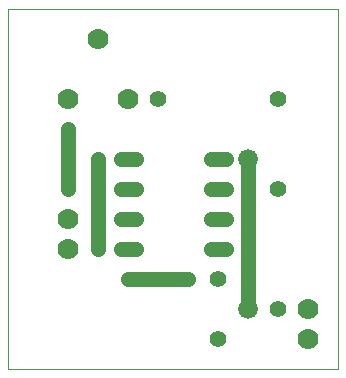
<source format=gtl>
G75*
%MOIN*%
%OFA0B0*%
%FSLAX25Y25*%
%IPPOS*%
%LPD*%
%AMOC8*
5,1,8,0,0,1.08239X$1,22.5*
%
%ADD10C,0.00000*%
%ADD11C,0.05543*%
%ADD12C,0.07000*%
%ADD13C,0.05150*%
%ADD14C,0.03100*%
%ADD15C,0.05000*%
%ADD16C,0.06600*%
D10*
X0001000Y0001000D02*
X0001000Y0121000D01*
X0111000Y0121000D01*
X0111000Y0001000D01*
X0001000Y0001000D01*
D11*
X0071000Y0011000D03*
X0071000Y0031000D03*
X0091000Y0021000D03*
X0091000Y0061000D03*
X0091000Y0091000D03*
X0051000Y0091000D03*
D12*
X0041000Y0091000D03*
X0031000Y0111000D03*
X0021000Y0091000D03*
X0021000Y0051000D03*
X0021000Y0041000D03*
X0101000Y0021000D03*
X0101000Y0011000D03*
D13*
X0073575Y0041000D02*
X0068425Y0041000D01*
X0068425Y0051000D02*
X0073575Y0051000D01*
X0073575Y0061000D02*
X0068425Y0061000D01*
X0068425Y0071000D02*
X0073575Y0071000D01*
X0043575Y0071000D02*
X0038425Y0071000D01*
X0038425Y0061000D02*
X0043575Y0061000D01*
X0043575Y0051000D02*
X0038425Y0051000D01*
X0038425Y0041000D02*
X0043575Y0041000D01*
D14*
X0041000Y0031000D03*
X0031000Y0041000D03*
X0021000Y0061000D03*
X0031000Y0071000D03*
X0021000Y0081000D03*
X0061000Y0031000D03*
D15*
X0041000Y0031000D01*
X0031000Y0041000D02*
X0031000Y0071000D01*
X0021000Y0061000D02*
X0021000Y0081000D01*
X0081000Y0071000D02*
X0081000Y0021000D01*
D16*
X0081000Y0021000D03*
X0081000Y0071000D03*
M02*

</source>
